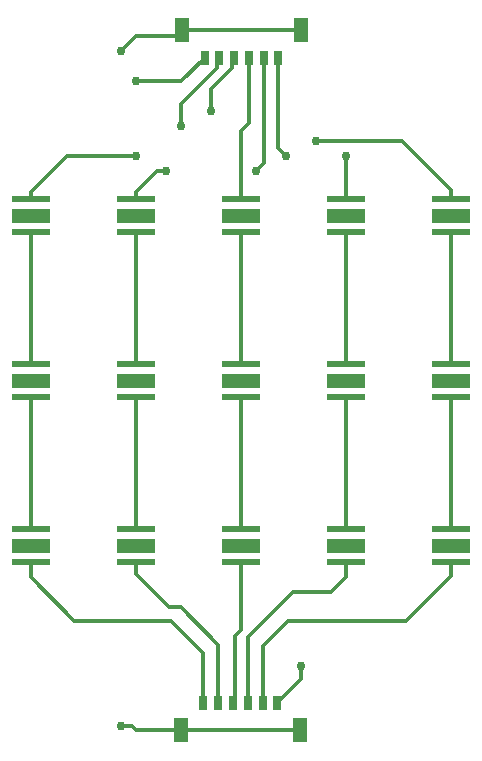
<source format=gbr>
G04 EAGLE Gerber RS-274X export*
G75*
%MOMM*%
%FSLAX34Y34*%
%LPD*%
%INTop Copper*%
%IPPOS*%
%AMOC8*
5,1,8,0,0,1.08239X$1,22.5*%
G01*
G04 Define Apertures*
%ADD10R,3.300000X0.500000*%
%ADD11R,3.300000X1.300000*%
%ADD12R,0.800000X1.200000*%
%ADD13R,1.300000X2.150000*%
%ADD14C,0.304800*%
%ADD15C,0.756400*%
D10*
X38100Y189200D03*
X38100Y217200D03*
D11*
X38100Y203200D03*
D10*
X38100Y328900D03*
X38100Y356900D03*
D11*
X38100Y342900D03*
D10*
X38100Y468600D03*
X38100Y496600D03*
D11*
X38100Y482600D03*
D10*
X127000Y189200D03*
X127000Y217200D03*
D11*
X127000Y203200D03*
D10*
X127000Y328900D03*
X127000Y356900D03*
D11*
X127000Y342900D03*
D10*
X127000Y468600D03*
X127000Y496600D03*
D11*
X127000Y482600D03*
D10*
X304800Y189200D03*
X304800Y217200D03*
D11*
X304800Y203200D03*
D10*
X304800Y328900D03*
X304800Y356900D03*
D11*
X304800Y342900D03*
D10*
X304800Y468600D03*
X304800Y496600D03*
D11*
X304800Y482600D03*
D10*
X393700Y189200D03*
X393700Y217200D03*
D11*
X393700Y203200D03*
D10*
X393700Y328900D03*
X393700Y356900D03*
D11*
X393700Y342900D03*
D10*
X393700Y468600D03*
X393700Y496600D03*
D11*
X393700Y482600D03*
D10*
X215900Y189200D03*
X215900Y217200D03*
D11*
X215900Y203200D03*
D10*
X215900Y328900D03*
X215900Y356900D03*
D11*
X215900Y342900D03*
D10*
X215900Y468600D03*
X215900Y496600D03*
D11*
X215900Y482600D03*
D12*
X184150Y70022D03*
X196650Y70022D03*
X209150Y70022D03*
X221650Y70022D03*
X234150Y70022D03*
X246650Y70022D03*
D13*
X165150Y47072D03*
X265650Y47072D03*
D12*
X247650Y616540D03*
X235150Y616540D03*
X222650Y616540D03*
X210150Y616540D03*
X197650Y616540D03*
X185150Y616540D03*
D13*
X266650Y639490D03*
X166150Y639490D03*
D14*
X156972Y139700D02*
X74900Y139700D01*
X38100Y176500D01*
X38100Y189200D01*
X156972Y139700D02*
X184150Y112522D01*
X184150Y70022D01*
X196650Y119241D02*
X164791Y151100D01*
X154940Y151100D01*
X127000Y179040D01*
X127000Y189200D01*
X196650Y119241D02*
X196650Y70022D01*
X209150Y70022D02*
X211046Y71918D01*
X215900Y131562D02*
X215900Y189200D01*
X215900Y131562D02*
X211046Y126708D01*
X211046Y71918D01*
X304800Y176500D02*
X304800Y189200D01*
X304800Y176500D02*
X292100Y163800D01*
X259633Y163800D01*
X221650Y125817D01*
X221650Y70022D01*
X255533Y139700D02*
X355600Y139700D01*
X393700Y177800D01*
X393700Y189200D01*
X255533Y139700D02*
X234150Y118317D01*
X234150Y70022D01*
X393700Y496600D02*
X393700Y504220D01*
X351820Y546100D01*
X279400Y546100D01*
D15*
X279400Y546100D03*
X165100Y558800D03*
D14*
X195754Y607805D02*
X195754Y614644D01*
X197650Y616540D01*
X165100Y577151D02*
X165100Y558800D01*
X165100Y577151D02*
X195754Y607805D01*
X304800Y533400D02*
X304800Y496600D01*
D15*
X304800Y533400D03*
X190500Y571500D03*
D14*
X208254Y607805D02*
X208254Y614644D01*
X210150Y616540D01*
X190500Y590051D02*
X190500Y571500D01*
X190500Y590051D02*
X208254Y607805D01*
X215900Y554623D02*
X215900Y496600D01*
X222650Y561373D02*
X222650Y616540D01*
X222650Y561373D02*
X215900Y554623D01*
X152400Y520700D02*
X144780Y520700D01*
X127000Y502920D01*
X127000Y496600D01*
D15*
X152400Y520700D03*
X228600Y520700D03*
D14*
X235150Y527250D01*
X235150Y616540D01*
X68550Y533400D02*
X38100Y502950D01*
X38100Y496600D01*
X68550Y533400D02*
X127000Y533400D01*
D15*
X127000Y533400D03*
X254000Y533400D03*
D14*
X247650Y539750D01*
X247650Y616540D01*
X38100Y328900D02*
X38100Y217200D01*
X38100Y356900D02*
X38100Y468600D01*
X127000Y328900D02*
X127000Y217200D01*
X127000Y356900D02*
X127000Y468600D01*
X304800Y328900D02*
X304800Y217200D01*
X304800Y356900D02*
X304800Y468600D01*
X393700Y328900D02*
X393700Y217200D01*
X393700Y356900D02*
X393700Y468600D01*
X215900Y328900D02*
X215900Y217200D01*
X215900Y356900D02*
X215900Y468600D01*
X266700Y90072D02*
X246650Y70022D01*
X266700Y90072D02*
X266700Y101600D01*
D15*
X266700Y101600D03*
X127000Y596900D03*
D14*
X165510Y596900D01*
X185150Y616540D01*
X165150Y47072D02*
X265650Y47072D01*
X266650Y639490D02*
X166150Y639490D01*
X161660Y635000D01*
X127000Y635000D01*
X114300Y622300D01*
D15*
X114300Y622300D03*
X114300Y50800D03*
D14*
X127050Y47072D02*
X165150Y47072D01*
X127050Y47072D02*
X123322Y50800D01*
X114300Y50800D01*
M02*

</source>
